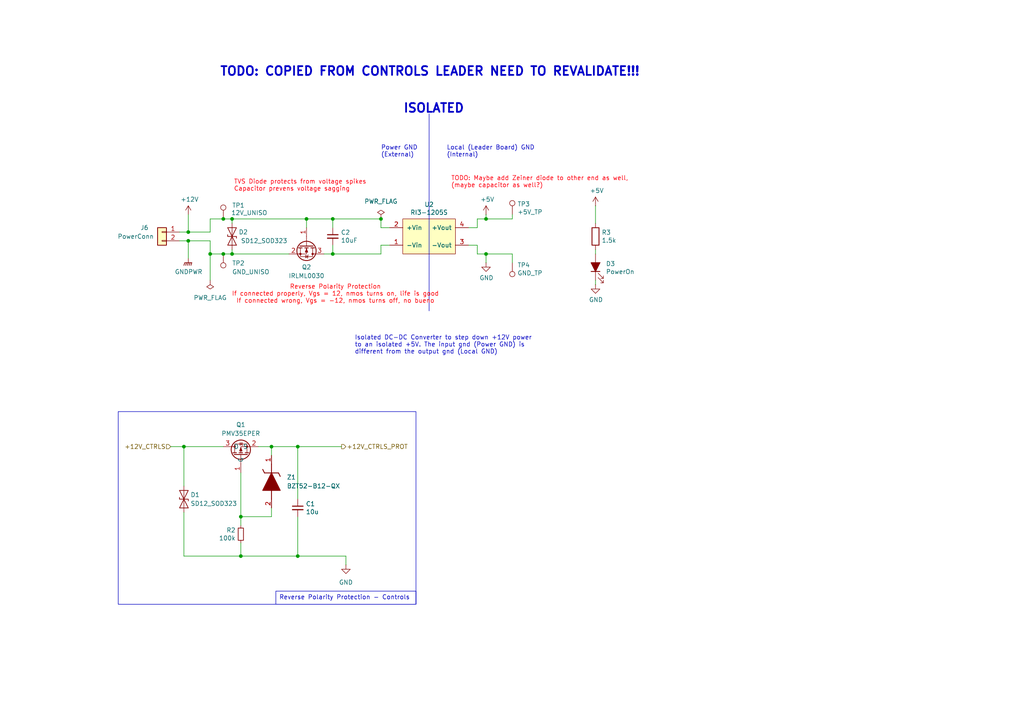
<source format=kicad_sch>
(kicad_sch (version 20231120) (generator "eeschema") (generator_version "8.0")
  (paper "A4")
  (lib_symbols
    (symbol "BZT52-B12-QX:BZT52-B12-QX" (pin_names hide)
      (property "Reference" "Z" (at 10.16 8.89 0))
      (property "Value" "BZT52-B12-QX" (at 10.16 6.35 0))
      (symbol "BZT52-B12-QX_1_1"
        (polyline (pts (xy 2.54 0) (xy 5.08 0)) (stroke (width 0.254)))
        (polyline (pts (xy 4.064 -2.54) (xy 5.08 -2.032)) (stroke (width 0.254)))
        (polyline (pts (xy 5.08 2.032) (xy 5.08 -2.032)) (stroke (width 0.254)))
        (polyline (pts (xy 5.08 2.032) (xy 6.096 2.54)) (stroke (width 0.254)))
        (polyline (pts (xy 12.7 0) (xy 10.16 0)) (stroke (width 0.254)))
        (polyline (pts (xy 5.08 0) (xy 10.16 2.54) (xy 10.16 -2.54) (xy 5.08 0)) (stroke (width 0.254)) (fill (type outline)))
        (pin passive line (at 0 0 0) (length 2.54) (name "K") (number "1"))
        (pin passive line (at 15.24 0 180) (length 2.54) (name "A") (number "2"))
      )
    )
    (symbol "Connector:TestPoint" (pin_numbers hide) (pin_names (offset 0.762) hide)
      (property "Reference" "TP" (at 0 6.858 0))
      (property "Value" "TestPoint" (at 0 5.08 0))
      (symbol "TestPoint_0_1"
        (circle (center 0 3.302) (radius 0.762))
      )
      (symbol "TestPoint_1_1"
        (pin passive line (at 0 0 90) (length 2.54) (name "1") (number "1"))
      )
    )
    (symbol "Connector_Generic:Conn_01x02" (pin_names (offset 1.016) hide)
      (property "Reference" "J" (at 0 2.54 0))
      (property "Value" "Conn_01x02" (at 0 -5.08 0))
      (symbol "Conn_01x02_1_1"
        (rectangle (start -1.27 -2.413) (end 0 -2.667) (stroke (width 0.1524)))
        (rectangle (start -1.27 0.127) (end 0 -0.127) (stroke (width 0.1524)))
        (rectangle (start -1.27 1.27) (end 1.27 -3.81) (stroke (width 0.254)) (fill (type background)))
        (pin passive line (at -5.08 0 0) (length 3.81) (name "Pin_1") (number "1"))
        (pin passive line (at -5.08 -2.54 0) (length 3.81) (name "Pin_2") (number "2"))
      )
    )
    (symbol "Device:C_Small" (pin_numbers hide) (pin_names (offset 0.254) hide)
      (property "Reference" "C" (at 0.254 1.778 0))
      (property "Value" "C_Small" (at 0.254 -2.032 0))
      (symbol "C_Small_0_1"
        (polyline (pts (xy -1.524 -0.508) (xy 1.524 -0.508)) (stroke (width 0.3302)))
        (polyline (pts (xy -1.524 0.508) (xy 1.524 0.508)) (stroke (width 0.3048)))
      )
      (symbol "C_Small_1_1"
        (pin passive line (at 0 2.54 270) (length 2.032) (name "~") (number "1"))
        (pin passive line (at 0 -2.54 90) (length 2.032) (name "~") (number "2"))
      )
    )
    (symbol "Device:LED_Filled" (pin_numbers hide) (pin_names (offset 1.016) hide)
      (property "Reference" "D" (at 0 2.54 0))
      (property "Value" "LED_Filled" (at 0 -2.54 0))
      (symbol "LED_Filled_0_1"
        (polyline (pts (xy -1.27 -1.27) (xy -1.27 1.27)) (stroke (width 0.254)))
        (polyline (pts (xy -1.27 0) (xy 1.27 0)))
        (polyline (pts (xy 1.27 -1.27) (xy 1.27 1.27) (xy -1.27 0) (xy 1.27 -1.27)) (stroke (width 0.254)) (fill (type outline)))
        (polyline (pts (xy -3.048 -0.762) (xy -4.572 -2.286) (xy -3.81 -2.286) (xy -4.572 -2.286) (xy -4.572 -1.524)))
        (polyline (pts (xy -1.778 -0.762) (xy -3.302 -2.286) (xy -2.54 -2.286) (xy -3.302 -2.286) (xy -3.302 -1.524)))
      )
      (symbol "LED_Filled_1_1"
        (pin passive line (at -3.81 0 0) (length 2.54) (name "K") (number "1"))
        (pin passive line (at 3.81 0 180) (length 2.54) (name "A") (number "2"))
      )
    )
    (symbol "Device:R" (pin_numbers hide) (pin_names (offset 0))
      (property "Reference" "R" (at 2.032 0 90))
      (property "Value" "R" (at 0 0 90))
      (symbol "R_0_1"
        (rectangle (start -1.016 -2.54) (end 1.016 2.54) (stroke (width 0.254)))
      )
      (symbol "R_1_1"
        (pin passive line (at 0 3.81 270) (length 1.27) (name "~") (number "1"))
        (pin passive line (at 0 -3.81 90) (length 1.27) (name "~") (number "2"))
      )
    )
    (symbol "Device:R_Small" (pin_numbers hide) (pin_names (offset 0.254) hide)
      (property "Reference" "R" (at 0.762 0.508 0))
      (property "Value" "R_Small" (at 0.762 -1.016 0))
      (symbol "R_Small_0_1"
        (rectangle (start -0.762 1.778) (end 0.762 -1.778) (stroke (width 0.2032)))
      )
      (symbol "R_Small_1_1"
        (pin passive line (at 0 2.54 270) (length 0.762) (name "~") (number "1"))
        (pin passive line (at 0 -2.54 90) (length 0.762) (name "~") (number "2"))
      )
    )
    (symbol "Diode:SD12_SOD323" (pin_numbers hide) (pin_names (offset 1.016) hide)
      (property "Reference" "D" (at 0 2.54 0))
      (property "Value" "SD12_SOD323" (at 0 -2.54 0))
      (symbol "SD12_SOD323_0_1"
        (polyline (pts (xy 1.27 0) (xy -1.27 0)))
        (polyline (pts (xy -2.54 -1.27) (xy 0 0) (xy -2.54 1.27) (xy -2.54 -1.27)) (stroke (width 0.2032)))
        (polyline (pts (xy 0.508 1.27) (xy 0 1.27) (xy 0 -1.27) (xy -0.508 -1.27)) (stroke (width 0.2032)))
        (polyline (pts (xy 2.54 1.27) (xy 2.54 -1.27) (xy 0 0) (xy 2.54 1.27)) (stroke (width 0.2032)))
      )
      (symbol "SD12_SOD323_1_1"
        (pin passive line (at -3.81 0 0) (length 2.54) (name "A1") (number "1"))
        (pin passive line (at 3.81 0 180) (length 2.54) (name "A2") (number "2"))
      )
    )
    (symbol "Transistor_FET:IRLML0030" (pin_names hide)
      (property "Reference" "Q" (at 5.08 1.905 0))
      (property "Value" "IRLML0030" (at 5.08 0 0))
      (symbol "IRLML0030_0_1"
        (polyline (pts (xy 0.254 0) (xy -2.54 0)))
        (polyline (pts (xy 0.254 1.905) (xy 0.254 -1.905)) (stroke (width 0.254)))
        (polyline (pts (xy 0.762 -1.27) (xy 0.762 -2.286)) (stroke (width 0.254)))
        (polyline (pts (xy 0.762 0.508) (xy 0.762 -0.508)) (stroke (width 0.254)))
        (polyline (pts (xy 0.762 2.286) (xy 0.762 1.27)) (stroke (width 0.254)))
        (polyline (pts (xy 2.54 2.54) (xy 2.54 1.778)))
        (polyline (pts (xy 2.54 -2.54) (xy 2.54 0) (xy 0.762 0)))
        (polyline (pts (xy 0.762 -1.778) (xy 3.302 -1.778) (xy 3.302 1.778) (xy 0.762 1.778)))
        (polyline (pts (xy 1.016 0) (xy 2.032 0.381) (xy 2.032 -0.381) (xy 1.016 0)) (fill (type outline)))
        (polyline (pts (xy 2.794 0.508) (xy 2.921 0.381) (xy 3.683 0.381) (xy 3.81 0.254)))
        (polyline (pts (xy 3.302 0.381) (xy 2.921 -0.254) (xy 3.683 -0.254) (xy 3.302 0.381)))
        (circle (center 1.651 0) (radius 2.794) (stroke (width 0.254)))
        (circle (center 2.54 -1.778) (radius 0.254) (fill (type outline)))
        (circle (center 2.54 1.778) (radius 0.254) (fill (type outline)))
      )
      (symbol "IRLML0030_1_1"
        (pin input line (at -5.08 0 0) (length 2.54) (name "G") (number "1"))
        (pin passive line (at 2.54 -5.08 90) (length 2.54) (name "S") (number "2"))
        (pin passive line (at 2.54 5.08 270) (length 2.54) (name "D") (number "3"))
      )
    )
    (symbol "power:+12V" (power) (pin_numbers hide) (pin_names (offset 0) hide)
      (property "Value" "+12V" (at 0 3.556 0))
      (symbol "+12V_0_1"
        (polyline (pts (xy -0.762 1.27) (xy 0 2.54)))
        (polyline (pts (xy 0 0) (xy 0 2.54)))
        (polyline (pts (xy 0 2.54) (xy 0.762 1.27)))
      )
      (symbol "+12V_1_1"
        (pin power_in line (at 0 0 90) (length 0) (name "~") (number "1"))
      )
    )
    (symbol "power:+5V" (power) (pin_numbers hide) (pin_names (offset 0) hide)
      (property "Value" "+5V" (at 0 3.556 0))
      (symbol "+5V_0_1"
        (polyline (pts (xy -0.762 1.27) (xy 0 2.54)))
        (polyline (pts (xy 0 0) (xy 0 2.54)))
        (polyline (pts (xy 0 2.54) (xy 0.762 1.27)))
      )
      (symbol "+5V_1_1"
        (pin power_in line (at 0 0 90) (length 0) (name "~") (number "1"))
      )
    )
    (symbol "power:GND" (power) (pin_numbers hide) (pin_names (offset 0) hide)
      (property "Value" "GND" (at 0 -3.81 0))
      (symbol "GND_0_1"
        (polyline (pts (xy 0 0) (xy 0 -1.27) (xy 1.27 -1.27) (xy 0 -2.54) (xy -1.27 -1.27) (xy 0 -1.27)))
      )
      (symbol "GND_1_1"
        (pin power_in line (at 0 0 270) (length 0) (name "~") (number "1"))
      )
    )
    (symbol "power:GNDPWR" (power) (pin_numbers hide) (pin_names (offset 0) hide)
      (property "Value" "GNDPWR" (at 0 -3.302 0))
      (symbol "GNDPWR_0_1"
        (polyline (pts (xy 0 -1.27) (xy 0 0)))
        (polyline (pts (xy -1.016 -1.27) (xy -1.27 -2.032) (xy -1.27 -2.032)) (stroke (width 0.2032)))
        (polyline (pts (xy -0.508 -1.27) (xy -0.762 -2.032) (xy -0.762 -2.032)) (stroke (width 0.2032)))
        (polyline (pts (xy 0 -1.27) (xy -0.254 -2.032) (xy -0.254 -2.032)) (stroke (width 0.2032)))
        (polyline (pts (xy 0.508 -1.27) (xy 0.254 -2.032) (xy 0.254 -2.032)) (stroke (width 0.2032)))
        (polyline (pts (xy 1.016 -1.27) (xy -1.016 -1.27) (xy -1.016 -1.27)) (stroke (width 0.2032)))
        (polyline (pts (xy 1.016 -1.27) (xy 0.762 -2.032) (xy 0.762 -2.032) (xy 0.762 -2.032)) (stroke (width 0.2032)))
      )
      (symbol "GNDPWR_1_1"
        (pin power_in line (at 0 0 270) (length 0) (name "~") (number "1"))
      )
    )
    (symbol "power:PWR_FLAG" (power) (pin_numbers hide) (pin_names (offset 0) hide)
      (property "Value" "PWR_FLAG" (at 0 3.81 0))
      (symbol "PWR_FLAG_0_0"
        (pin power_out line (at 0 0 90) (length 0) (name "~") (number "1"))
      )
      (symbol "PWR_FLAG_0_1"
        (polyline (pts (xy 0 0) (xy 0 1.27) (xy -1.016 1.905) (xy 0 2.54) (xy 1.016 1.905) (xy 0 1.27)))
      )
    )
    (symbol "utsvt-chips:PMV35EPE"
      (property "Reference" "Q" (at 4.318 0 0))
      (property "Value" "PMV35EPE" (at 10.414 -2.032 0))
      (symbol "PMV35EPE_0_1"
        (polyline (pts (xy -1.016 0) (xy -3.81 0)))
        (polyline (pts (xy -1.016 1.905) (xy -1.016 -1.905)) (stroke (width 0.254)))
        (polyline (pts (xy -0.508 -1.27) (xy -0.508 -2.286)) (stroke (width 0.254)))
        (polyline (pts (xy -0.508 0.508) (xy -0.508 -0.508)) (stroke (width 0.254)))
        (polyline (pts (xy -0.508 2.286) (xy -0.508 1.27)) (stroke (width 0.254)))
        (polyline (pts (xy 1.27 2.54) (xy 1.27 1.778)))
        (polyline (pts (xy 1.27 -2.54) (xy 1.27 0) (xy -0.508 0)))
        (polyline (pts (xy -0.508 1.778) (xy 2.032 1.778) (xy 2.032 -1.778) (xy -0.508 -1.778)))
        (polyline (pts (xy 1.016 0) (xy 0 0.381) (xy 0 -0.381) (xy 1.016 0)) (fill (type outline)))
        (polyline (pts (xy 1.524 -0.508) (xy 1.651 -0.381) (xy 2.413 -0.381) (xy 2.54 -0.254)))
        (polyline (pts (xy 2.032 -0.381) (xy 1.651 0.254) (xy 2.413 0.254) (xy 2.032 -0.381)))
        (circle (center 0.381 0) (radius 2.794) (stroke (width 0.254)))
        (circle (center 1.27 -1.778) (radius 0.254) (fill (type outline)))
        (circle (center 1.27 1.778) (radius 0.254) (fill (type outline)))
      )
      (symbol "PMV35EPE_1_1"
        (pin input line (at -6.35 0 0) (length 2.54) (name "G") (number "1"))
        (pin passive line (at 1.27 -5.08 90) (length 2.54) (name "S") (number "2"))
        (pin passive line (at 1.27 5.08 270) (length 2.54) (name "D") (number "3"))
      )
    )
    (symbol "utsvt-power-regulators:RI3-1205S" (pin_names (offset 1.016))
      (property "Reference" "U" (at 0 3.81 0))
      (property "Value" "RI3-1205S" (at 0 1.27 0))
      (symbol "RI3-1205S_0_1"
        (rectangle (start -7.62 0) (end 7.62 -10.16) (fill (type background)))
      )
      (symbol "RI3-1205S_1_1"
        (pin input line (at -11.43 -7.62 0) (length 3.81) (name "-Vin") (number "1"))
        (pin power_in line (at -11.43 -2.54 0) (length 3.81) (name "+Vin") (number "2"))
        (pin power_out line (at 11.43 -7.62 180) (length 3.81) (name "-Vout") (number "3"))
        (pin power_out line (at 11.43 -2.54 180) (length 3.81) (name "+Vout") (number "4"))
      )
    )
  )
  (junction (at 53.34 129.54))
  (junction (at 110.49 63.5))
  (junction (at 140.97 73.66))
  (junction (at 96.52 73.66))
  (junction (at 64.77 73.66))
  (junction (at 78.74 129.54))
  (junction (at 69.85 149.86))
  (junction (at 96.52 63.5))
  (junction (at 67.31 73.66))
  (junction (at 69.85 161.29))
  (junction (at 64.77 63.5))
  (junction (at 86.36 129.54))
  (junction (at 140.97 63.5))
  (junction (at 60.96 73.66))
  (junction (at 86.36 161.29))
  (junction (at 54.61 69.85))
  (junction (at 67.31 63.5))
  (junction (at 54.61 67.31))
  (junction (at 88.9 63.5))
  (wire (pts (xy 138.43 66.04) (xy 138.43 63.5)))
  (wire (pts (xy 138.43 63.5) (xy 140.97 63.5)))
  (wire (pts (xy 140.97 62.23) (xy 140.97 63.5)))
  (wire (pts (xy 67.31 63.5) (xy 67.31 64.77)))
  (wire (pts (xy 88.9 63.5) (xy 88.9 66.04)))
  (wire (pts (xy 53.34 129.54) (xy 53.34 140.97)))
  (wire (pts (xy 69.85 161.29) (xy 86.36 161.29)))
  (wire (pts (xy 60.96 69.85) (xy 60.96 73.66)))
  (wire (pts (xy 60.96 63.5) (xy 60.96 67.31)))
  (wire (pts (xy 148.59 73.66) (xy 140.97 73.66)))
  (wire (pts (xy 93.98 73.66) (xy 96.52 73.66)))
  (wire (pts (xy 148.59 76.2) (xy 148.59 73.66)))
  (wire (pts (xy 60.96 73.66) (xy 64.77 73.66)))
  (wire (pts (xy 96.52 63.5) (xy 96.52 66.04)))
  (wire (pts (xy 69.85 137.16) (xy 69.85 149.86)))
  (wire (pts (xy 86.36 129.54) (xy 99.06 129.54)))
  (wire (pts (xy 148.59 62.23) (xy 148.59 63.5)))
  (polyline (pts (xy 124.46 33.02) (xy 124.46 90.17)))
  (wire (pts (xy 64.77 73.66) (xy 67.31 73.66)))
  (wire (pts (xy 110.49 71.12) (xy 110.49 73.66)))
  (wire (pts (xy 110.49 66.04) (xy 113.03 66.04)))
  (wire (pts (xy 52.07 69.85) (xy 54.61 69.85)))
  (wire (pts (xy 86.36 161.29) (xy 100.33 161.29)))
  (wire (pts (xy 135.89 66.04) (xy 138.43 66.04)))
  (wire (pts (xy 96.52 63.5) (xy 110.49 63.5)))
  (wire (pts (xy 53.34 148.59) (xy 53.34 161.29)))
  (wire (pts (xy 53.34 161.29) (xy 69.85 161.29)))
  (wire (pts (xy 140.97 76.2) (xy 140.97 73.66)))
  (wire (pts (xy 69.85 157.48) (xy 69.85 161.29)))
  (wire (pts (xy 96.52 71.12) (xy 96.52 73.66)))
  (wire (pts (xy 110.49 71.12) (xy 113.03 71.12)))
  (wire (pts (xy 88.9 63.5) (xy 96.52 63.5)))
  (wire (pts (xy 110.49 63.5) (xy 110.49 66.04)))
  (wire (pts (xy 86.36 129.54) (xy 86.36 144.78)))
  (wire (pts (xy 53.34 129.54) (xy 64.77 129.54)))
  (wire (pts (xy 138.43 73.66) (xy 140.97 73.66)))
  (wire (pts (xy 172.72 73.66) (xy 172.72 72.39)))
  (wire (pts (xy 100.33 161.29) (xy 100.33 163.83)))
  (wire (pts (xy 54.61 62.23) (xy 54.61 67.31)))
  (wire (pts (xy 74.93 129.54) (xy 78.74 129.54)))
  (wire (pts (xy 135.89 71.12) (xy 138.43 71.12)))
  (wire (pts (xy 78.74 129.54) (xy 78.74 132.08)))
  (wire (pts (xy 138.43 71.12) (xy 138.43 73.66)))
  (wire (pts (xy 67.31 63.5) (xy 88.9 63.5)))
  (wire (pts (xy 54.61 69.85) (xy 54.61 74.93)))
  (wire (pts (xy 78.74 149.86) (xy 69.85 149.86)))
  (wire (pts (xy 67.31 73.66) (xy 67.31 72.39)))
  (wire (pts (xy 60.96 73.66) (xy 60.96 81.28)))
  (wire (pts (xy 86.36 149.86) (xy 86.36 161.29)))
  (wire (pts (xy 172.72 82.55) (xy 172.72 81.28)))
  (wire (pts (xy 60.96 63.5) (xy 64.77 63.5)))
  (wire (pts (xy 64.77 63.5) (xy 67.31 63.5)))
  (wire (pts (xy 78.74 147.32) (xy 78.74 149.86)))
  (wire (pts (xy 60.96 67.31) (xy 54.61 67.31)))
  (wire (pts (xy 67.31 73.66) (xy 83.82 73.66)))
  (wire (pts (xy 140.97 63.5) (xy 148.59 63.5)))
  (wire (pts (xy 172.72 59.69) (xy 172.72 64.77)))
  (wire (pts (xy 52.07 67.31) (xy 54.61 67.31)))
  (wire (pts (xy 49.53 129.54) (xy 53.34 129.54)))
  (wire (pts (xy 60.96 69.85) (xy 54.61 69.85)))
  (wire (pts (xy 69.85 149.86) (xy 69.85 152.4)))
  (wire (pts (xy 78.74 129.54) (xy 86.36 129.54)))
  (wire (pts (xy 96.52 73.66) (xy 110.49 73.66)))
  (rectangle (start 34.29 119.38) (end 120.65 175.26))
  (text_box "Reverse Polarity Protection - Controls" (at 80.01 171.45 0) (size 40.64 3.81) (effects (font (size 1.27 1.27)) (justify left top)))
  (text "Local (Leader Board) GND\n(Internal)" (at 129.54 45.72 0) (effects (font (size 1.27 1.27)) (justify left bottom)))
  (text "Reverse Polarity Protection\nIf connected properly, Vgs = 12, nmos turns on, life is good\nIf connected wrong, Vgs = -12, nmos turns off, no bueno" (at 97.282 85.344 0) (effects (font (size 1.27 1.27))))
  (text "Power GND\n(External)" (at 110.49 45.72 0) (effects (font (size 1.27 1.27)) (justify left bottom)))
  (text "TODO: Maybe add Zeiner diode to other end as well,\n(maybe capacitor as well?)" (at 130.81 54.61 0) (effects (font (size 1.27 1.27)) (justify left bottom)))
  (text "ISOLATED" (at 116.84 33.02 0) (effects (font (size 2.54 2.54) (thickness 0.508) (bold yes)) (justify left bottom)))
  (text "TVS Diode protects from voltage spikes\nCapacitor prevens voltage sagging\n" (at 67.818 55.626 0) (effects (font (size 1.27 1.27)) (justify left bottom)))
  (text "TODO: COPIED FROM CONTROLS LEADER NEED TO REVALIDATE!!!" (at 124.714 20.828 0) (effects (font (size 2.54 2.54) (thickness 0.508) (bold yes))))
  (text "Isolated DC-DC Converter to step down +12V power\nto an isolated +5V. The input gnd (Power GND) is\ndifferent from the output gnd (Local GND)" (at 102.87 102.87 0) (effects (font (size 1.27 1.27)) (justify left bottom)))
  (hierarchical_label "+12V_CTRLS" (shape input) (at 49.53 129.54 180))
  (hierarchical_label "+12V_CTRLS_PROT" (shape output) (at 99.06 129.54 0))
  (symbol (lib_id "Diode:SD12_SOD323") (at 67.31 68.58 90) (unit 1)
    (property "Reference" "D2" (at 69.215 67.31 90) (effects (justify right)))
    (property "Value" "SD12_SOD323" (at 69.85 69.85 90) (effects (justify right)))
    (property "Footprint" "Diode_SMD:D_SOD-323" (effects (hide yes)))
    (property "Datasheet" "https://www.mouser.com/ProductDetail/Semtech/SD12C.TCT?qs=rBWM4%252BvDhIcn8cYIj7pElQ%3D%3D" (effects (hide yes)))
    (property "P/N" "SD12C.TCT" (effects (hide yes)))
  )
  (symbol (lib_id "Connector:TestPoint") (at 64.77 63.5 0) (unit 1)
    (property "Reference" "TP1" (at 67.31 59.563 0) (effects (justify left)))
    (property "Value" "12V_UNISO" (at 67.056 61.722 0) (effects (justify left)))
    (property "Footprint" "TestPoint:TestPoint_Keystone_5005-5009_Compact" (effects (hide yes)))
  )
  (symbol (lib_id "Connector_Generic:Conn_01x02") (at 46.99 67.31 0) (mirror y) (unit 1)
    (property "Reference" "J6" (at 41.91 66.04 0))
    (property "Value" "PowerConn" (at 39.37 68.58 0))
    (property "Footprint" "UTSVT_Connectors:Molex_MicroFit3.0_1x2xP3.00mm_PolarizingPeg_Vertical" (effects (hide yes)))
    (property "Datasheet" "https://www.molex.com/en-us/products/part-detail/436500215" (effects (hide yes)))
    (property "Description" "Generic connector, single row, 01x02, script generated (kicad-library-utils/schlib/autogen/connector/)" (effects (hide yes)))
    (property "P/N" "436500215" (effects (hide yes)))
  )
  (symbol (lib_id "power:GND") (at 140.97 76.2 0) (unit 1)
    (property "Reference" "#PWR012" (effects (hide yes)))
    (property "Value" "GND" (at 141.097 80.5942 0))
    (property "Description" "Power symbol creates a global label with name \"GND\" , ground" (effects (hide yes)))
  )
  (symbol (lib_id "Diode:SD12_SOD323") (at 53.34 144.78 90) (unit 1)
    (property "Reference" "D1" (at 55.245 143.51 90) (effects (justify right)))
    (property "Value" "SD12_SOD323" (at 55.245 146.05 90) (effects (justify right)))
    (property "Footprint" "Diode_SMD:D_SOD-323" (effects (hide yes)))
    (property "Datasheet" "https://www.mouser.com/ProductDetail/Semtech/SD12C.TCT?qs=rBWM4%252BvDhIcn8cYIj7pElQ%3D%3D" (effects (hide yes)))
    (property "P/N" "SD12C.TCT" (effects (hide yes)))
  )
  (symbol (lib_id "Connector:TestPoint") (at 64.77 73.66 180) (unit 1)
    (property "Reference" "TP2" (at 67.31 76.327 0) (effects (justify right)))
    (property "Value" "GND_UNISO" (at 67.31 78.867 0) (effects (justify right)))
    (property "Footprint" "TestPoint:TestPoint_Keystone_5005-5009_Compact" (effects (hide yes)))
  )
  (symbol (lib_id "power:GNDPWR") (at 54.61 74.93 0) (unit 1)
    (property "Reference" "#PWR09" (effects (hide yes)))
    (property "Value" "GNDPWR" (at 54.7116 78.8416 0))
    (property "Description" "Power symbol creates a global label with name \"GNDPWR\" , global ground" (effects (hide yes)))
  )
  (symbol (lib_id "power:PWR_FLAG") (at 110.49 63.5 0) (unit 1)
    (property "Reference" "#FLG02" (effects (hide yes)))
    (property "Value" "PWR_FLAG" (at 110.49 58.42 0))
    (property "Description" "Special symbol for telling ERC where power comes from" (effects (hide yes)))
  )
  (symbol (lib_id "power:+5V") (at 172.72 59.69 0) (unit 1)
    (property "Reference" "#PWR013" (effects (hide yes)))
    (property "Value" "+5V" (at 173.101 55.2958 0))
    (property "Description" "Power symbol creates a global label with name \"+5V\"" (effects (hide yes)))
  )
  (symbol (lib_id "Transistor_FET:IRLML0030") (at 88.9 71.12 270) (unit 1)
    (property "Reference" "Q2" (at 88.9 77.47 90))
    (property "Value" "IRLML0030" (at 88.9 80.01 90))
    (property "Footprint" "Package_TO_SOT_SMD:SOT-23" (effects (hide yes)))
    (property "Datasheet" "https://www.infineon.com/dgdl/irlml0030pbf.pdf?fileId=5546d462533600a401535664773825df" (effects (hide yes)))
    (property "Description" "5.3A Id, 30V Vds, 27mOhm Rds, N-Channel HEXFET Power MOSFET, SOT-23" (effects (hide yes)))
    (property "P/N" "  IRLML0030TRPBF" (effects (hide yes)))
  )
  (symbol (lib_id "power:GND") (at 100.33 163.83 0) (mirror y) (unit 1)
    (property "Reference" "#PWR010" (effects (hide yes)))
    (property "Value" "GND" (at 100.33 168.91 0))
    (property "Description" "Power symbol creates a global label with name \"GND\" , ground" (effects (hide yes)))
  )
  (symbol (lib_id "Device:LED_Filled") (at 172.72 77.47 90) (unit 1)
    (property "Reference" "D3" (at 175.7172 76.5048 90) (effects (justify right)))
    (property "Value" "PowerOn" (at 175.7172 78.8162 90) (effects (justify right)))
    (property "Footprint" "LED_SMD:LED_0805_2012Metric" (effects (hide yes)))
    (property "Datasheet" "https://www.mouser.com/ProductDetail/Kingbright/APTD2012LCGCK?qs=AQlKX63v8RvNHN%2F9EGvNTg%3D%3D&srsltid=AfmBOooAHKD1ehETHFyXma0dZSsRO3OtCs7cgmDquFx90LgeUyiA_vS_" (effects (hide yes)))
    (property "Color" "Green" (effects (hide yes)))
    (property "P/N" "APTD2012LCGCK" (effects (hide yes)))
    (property "Mouser Part Number" "604-APTD2012LCGCK" (effects (hide yes)))
  )
  (symbol (lib_id "utsvt-power-regulators:RI3-1205S") (at 124.46 63.5 0) (unit 1)
    (property "Reference" "U2" (at 124.46 59.309 0))
    (property "Value" "RI3-1205S" (at 124.46 61.6204 0))
    (property "Footprint" "UTSVT_ICs:RI3_DC_Converter" (effects (hide yes)))
    (property "Datasheet" "https://www.mouser.com/datasheet/2/468/RI3-1711119.pdf" (effects (hide yes)))
    (property "Mouser Part Number" "919-RI3-1205S" (effects (hide yes)))
    (property "P/N" "RI3-1205S" (effects (hide yes)))
  )
  (symbol (lib_id "Connector:TestPoint") (at 148.59 62.23 0) (unit 1)
    (property "Reference" "TP3" (at 150.0632 59.182 0) (effects (justify left)))
    (property "Value" "+5V_TP" (at 150.0632 61.4934 0) (effects (justify left)))
    (property "Footprint" "TestPoint:TestPoint_Keystone_5005-5009_Compact" (effects (hide yes)))
    (property "Description" "test point" (effects (hide yes)))
  )
  (symbol (lib_id "power:+5V") (at 140.97 62.23 0) (unit 1)
    (property "Reference" "#PWR011" (effects (hide yes)))
    (property "Value" "+5V" (at 141.351 57.8358 0))
    (property "Description" "Power symbol creates a global label with name \"+5V\"" (effects (hide yes)))
  )
  (symbol (lib_id "power:+12V") (at 54.61 62.23 0) (unit 1)
    (property "Reference" "#PWR04" (effects (hide yes)))
    (property "Value" "+12V" (at 54.991 57.8358 0))
    (property "Description" "Power symbol creates a global label with name \"+12V\"" (effects (hide yes)))
  )
  (symbol (lib_id "power:PWR_FLAG") (at 60.96 81.28 180) (unit 1)
    (property "Reference" "#FLG01" (effects (hide yes)))
    (property "Value" "PWR_FLAG" (at 60.96 86.36 0))
    (property "Description" "Special symbol for telling ERC where power comes from" (effects (hide yes)))
  )
  (symbol (lib_id "Device:R_Small") (at 69.85 154.94 0) (mirror x) (unit 1)
    (property "Reference" "R2" (at 68.3514 153.7716 0) (effects (justify right)))
    (property "Value" "100k" (at 68.3514 156.083 0) (effects (justify right)))
    (property "Footprint" "Resistor_SMD:R_0805_2012Metric" (effects (hide yes)))
    (property "Datasheet" "https://www.mouser.com/datasheet/2/210/Kamaya_RMC_automotive_series_8_2022__1_-3032429.pdf" (effects (hide yes)))
    (property "P/N" "CRCW0805100KFKEAC" (effects (hide yes)))
  )
  (symbol (lib_id "BZT52-B12-QX:BZT52-B12-QX") (at 78.74 132.08 270) (unit 1)
    (property "Reference" "Z1" (at 83.185 138.4299 90) (effects (justify left)))
    (property "Value" "BZT52-B12-QX" (at 83.185 140.9699 90) (effects (justify left)))
    (property "Footprint" "Zener:BZT52B12QX" (effects (hide yes)))
    (property "Datasheet" "https://assets.nexperia.com/documents/data-sheet/BZT52-B-Q_SER.pdf" (effects (hide yes)))
    (property "Description" "plastic surface-mounted package; 2 leads .SOD123,VF:0.9v,IF = 10 mA," (effects (hide yes)))
    (property "Height" "1.3" (effects (hide yes)))
    (property "Mouser Part Number" "771-BZT52-B12-QX" (effects (hide yes)))
    (property "Mouser Price/Stock" "https://www.mouser.co.uk/ProductDetail/Nexperia/BZT52-B12-QX?qs=rQFj71Wb1eVMbK8ZYprizw%3D%3D" (effects (hide yes)))
    (property "Manufacturer_Name" "Nexperia" (effects (hide yes)))
    (property "Manufacturer_Part_Number" "BZT52-B12-QX" (effects (hide yes)))
    (property "P/N" "BZT52-B12-QX" (effects (hide yes)))
  )
  (symbol (lib_id "power:GND") (at 172.72 82.55 0) (unit 1)
    (property "Reference" "#PWR014" (effects (hide yes)))
    (property "Value" "GND" (at 172.847 86.9442 0))
    (property "Description" "Power symbol creates a global label with name \"GND\" , ground" (effects (hide yes)))
  )
  (symbol (lib_id "utsvt-chips:PMV35EPE") (at 69.85 130.81 90) (unit 1)
    (property "Reference" "Q1" (at 69.85 123.19 90))
    (property "Value" "PMV35EPER" (at 69.85 125.73 90))
    (property "Footprint" "Package_TO_SOT_SMD:SOT-23" (effects (hide yes)))
    (property "Datasheet" "https://www.mouser.com/datasheet/2/916/PMV35EPE-1539905.pdf" (effects (hide yes)))
    (property "Description" "30 V, P-channel Trench MOSFET" (effects (hide yes)))
    (property "P/N" "PMV35EPER" (effects (hide yes)))
  )
  (symbol (lib_id "Device:R") (at 172.72 68.58 0) (unit 1)
    (property "Reference" "R3" (at 174.498 67.4116 0) (effects (justify left)))
    (property "Value" "1.5k" (at 174.498 69.723 0) (effects (justify left)))
    (property "Footprint" "Resistor_SMD:R_0805_2012Metric" (effects (hide yes)))
    (property "Datasheet" "https://www.mouser.com/ProductDetail/Vishay-Dale/CRCW08051K50JNEB?qs=1CkV0QOCgMrzFJsYQ4Ra6w%3D%3D" (effects (hide yes)))
    (property "Description" "Resistor" (effects (hide yes)))
    (property "Mouser Part Number" "71-CRCW08051K50JNEB" (effects (hide yes)))
    (property "P/N" "CRCW08051K50JNEB" (effects (hide yes)))
  )
  (symbol (lib_id "Device:C_Small") (at 86.36 147.32 0) (unit 1)
    (property "Reference" "C1" (at 88.6968 146.1516 0) (effects (justify left)))
    (property "Value" "10u" (at 88.6968 148.463 0) (effects (justify left)))
    (property "Footprint" "Capacitor_SMD:C_0805_2012Metric" (effects (hide yes)))
    (property "Datasheet" "https://connect.kemet.com:7667/gateway/IntelliData-ComponentDocumentation/1.0/download/specsheet/C0805C105K3PACTU" (effects (hide yes)))
    (property "P/N" "C0805C105K3PACTU" (effects (hide yes)))
  )
  (symbol (lib_id "Connector:TestPoint") (at 148.59 76.2 180) (unit 1)
    (property "Reference" "TP4" (at 150.0632 76.8858 0) (effects (justify right)))
    (property "Value" "GND_TP" (at 150.0632 79.1972 0) (effects (justify right)))
    (property "Footprint" "TestPoint:TestPoint_Keystone_5005-5009_Compact" (effects (hide yes)))
    (property "Description" "test point" (effects (hide yes)))
  )
  (symbol (lib_id "Device:C_Small") (at 96.52 68.58 0) (unit 1)
    (property "Reference" "C2" (at 98.8568 67.4116 0) (effects (justify left)))
    (property "Value" "10uF" (at 98.8568 69.723 0) (effects (justify left)))
    (property "Footprint" "Capacitor_SMD:C_0805_2012Metric" (effects (hide yes)))
    (property "Datasheet" "https://www.mouser.com/ProductDetail/TAIYO-YUDEN/TMK212BBJ106MGHT?qs=sBf%2Fb4nBSlfab8x4Ir6OCA%3D%3D&srsltid=AfmBOoryff5Ub5fZJJeEGNmqKnKu_K1PXKxJXyecjVGIa794GPQPVrnJ" (effects (hide yes)))
    (property "P/N" "TMK212BBJ106MGHT" (effects (hide yes)))
    (property "Mouser Part Number" "963-TMK212BBJ106MGHT" (effects (hide yes)))
  )
)
</source>
